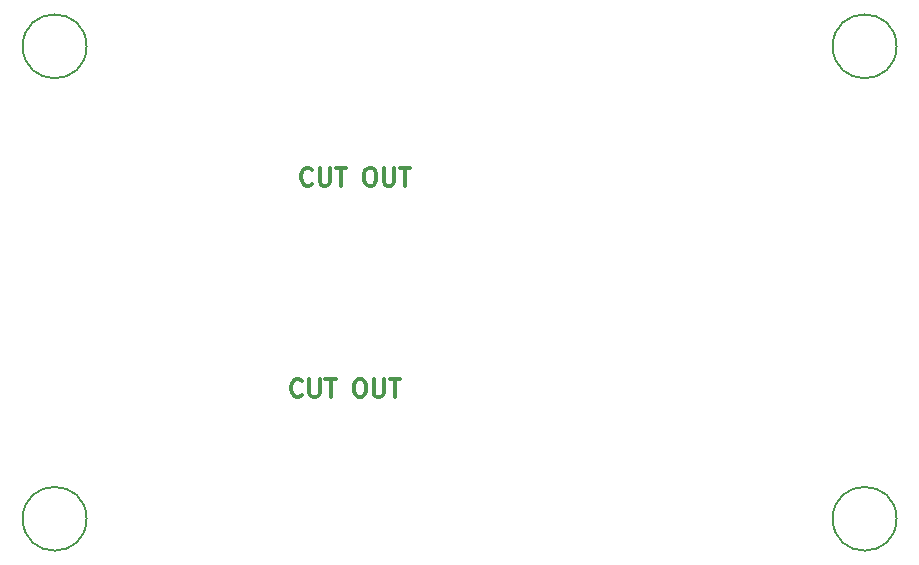
<source format=gbr>
G04 #@! TF.FileFunction,Other,Comment*
%FSLAX46Y46*%
G04 Gerber Fmt 4.6, Leading zero omitted, Abs format (unit mm)*
G04 Created by KiCad (PCBNEW 4.0.5) date 12/16/17 21:51:33*
%MOMM*%
%LPD*%
G01*
G04 APERTURE LIST*
%ADD10C,0.100000*%
%ADD11C,0.300000*%
%ADD12C,0.150000*%
G04 APERTURE END LIST*
D10*
D11*
X130784257Y-92712314D02*
X130712828Y-92783743D01*
X130498542Y-92855171D01*
X130355685Y-92855171D01*
X130141400Y-92783743D01*
X129998542Y-92640886D01*
X129927114Y-92498029D01*
X129855685Y-92212314D01*
X129855685Y-91998029D01*
X129927114Y-91712314D01*
X129998542Y-91569457D01*
X130141400Y-91426600D01*
X130355685Y-91355171D01*
X130498542Y-91355171D01*
X130712828Y-91426600D01*
X130784257Y-91498029D01*
X131427114Y-91355171D02*
X131427114Y-92569457D01*
X131498542Y-92712314D01*
X131569971Y-92783743D01*
X131712828Y-92855171D01*
X131998542Y-92855171D01*
X132141400Y-92783743D01*
X132212828Y-92712314D01*
X132284257Y-92569457D01*
X132284257Y-91355171D01*
X132784257Y-91355171D02*
X133641400Y-91355171D01*
X133212829Y-92855171D02*
X133212829Y-91355171D01*
X135569971Y-91355171D02*
X135855685Y-91355171D01*
X135998543Y-91426600D01*
X136141400Y-91569457D01*
X136212828Y-91855171D01*
X136212828Y-92355171D01*
X136141400Y-92640886D01*
X135998543Y-92783743D01*
X135855685Y-92855171D01*
X135569971Y-92855171D01*
X135427114Y-92783743D01*
X135284257Y-92640886D01*
X135212828Y-92355171D01*
X135212828Y-91855171D01*
X135284257Y-91569457D01*
X135427114Y-91426600D01*
X135569971Y-91355171D01*
X136855686Y-91355171D02*
X136855686Y-92569457D01*
X136927114Y-92712314D01*
X136998543Y-92783743D01*
X137141400Y-92855171D01*
X137427114Y-92855171D01*
X137569972Y-92783743D01*
X137641400Y-92712314D01*
X137712829Y-92569457D01*
X137712829Y-91355171D01*
X138212829Y-91355171D02*
X139069972Y-91355171D01*
X138641401Y-92855171D02*
X138641401Y-91355171D01*
X131647857Y-74830714D02*
X131576428Y-74902143D01*
X131362142Y-74973571D01*
X131219285Y-74973571D01*
X131005000Y-74902143D01*
X130862142Y-74759286D01*
X130790714Y-74616429D01*
X130719285Y-74330714D01*
X130719285Y-74116429D01*
X130790714Y-73830714D01*
X130862142Y-73687857D01*
X131005000Y-73545000D01*
X131219285Y-73473571D01*
X131362142Y-73473571D01*
X131576428Y-73545000D01*
X131647857Y-73616429D01*
X132290714Y-73473571D02*
X132290714Y-74687857D01*
X132362142Y-74830714D01*
X132433571Y-74902143D01*
X132576428Y-74973571D01*
X132862142Y-74973571D01*
X133005000Y-74902143D01*
X133076428Y-74830714D01*
X133147857Y-74687857D01*
X133147857Y-73473571D01*
X133647857Y-73473571D02*
X134505000Y-73473571D01*
X134076429Y-74973571D02*
X134076429Y-73473571D01*
X136433571Y-73473571D02*
X136719285Y-73473571D01*
X136862143Y-73545000D01*
X137005000Y-73687857D01*
X137076428Y-73973571D01*
X137076428Y-74473571D01*
X137005000Y-74759286D01*
X136862143Y-74902143D01*
X136719285Y-74973571D01*
X136433571Y-74973571D01*
X136290714Y-74902143D01*
X136147857Y-74759286D01*
X136076428Y-74473571D01*
X136076428Y-73973571D01*
X136147857Y-73687857D01*
X136290714Y-73545000D01*
X136433571Y-73473571D01*
X137719286Y-73473571D02*
X137719286Y-74687857D01*
X137790714Y-74830714D01*
X137862143Y-74902143D01*
X138005000Y-74973571D01*
X138290714Y-74973571D01*
X138433572Y-74902143D01*
X138505000Y-74830714D01*
X138576429Y-74687857D01*
X138576429Y-73473571D01*
X139076429Y-73473571D02*
X139933572Y-73473571D01*
X139505001Y-74973571D02*
X139505001Y-73473571D01*
D12*
X112555000Y-103185000D02*
G75*
G03X112555000Y-103185000I-2700000J0D01*
G01*
X181135000Y-103185000D02*
G75*
G03X181135000Y-103185000I-2700000J0D01*
G01*
X181135000Y-63185000D02*
G75*
G03X181135000Y-63185000I-2700000J0D01*
G01*
X112555000Y-63185000D02*
G75*
G03X112555000Y-63185000I-2700000J0D01*
G01*
M02*

</source>
